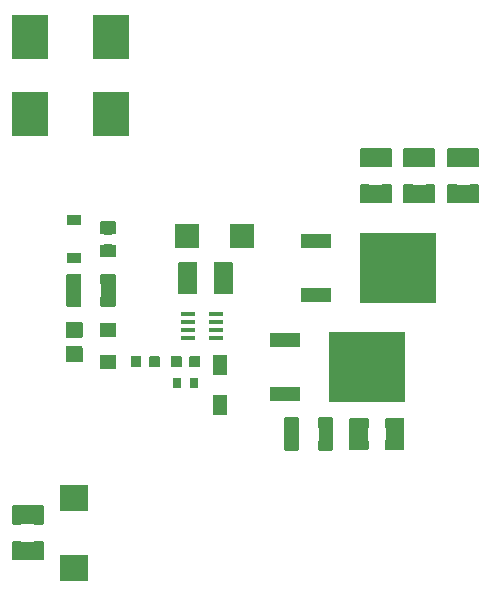
<source format=gtp>
G04*
G04 #@! TF.GenerationSoftware,Altium Limited,Altium Designer,20.2.8 (258)*
G04*
G04 Layer_Color=8421504*
%FSLAX25Y25*%
%MOIN*%
G70*
G04*
G04 #@! TF.SameCoordinates,18C1B9BA-8449-4E8D-A104-6701744B7602*
G04*
G04*
G04 #@! TF.FilePolarity,Positive*
G04*
G01*
G75*
%ADD18R,0.06437X0.10630*%
%ADD19O,0.04811X0.01433*%
%ADD20R,0.07874X0.07874*%
%ADD21R,0.04724X0.03661*%
%ADD22R,0.05315X0.05551*%
%ADD23R,0.05512X0.04724*%
%ADD24R,0.05421X0.04459*%
%ADD25R,0.03150X0.03543*%
%ADD26R,0.05102X0.06919*%
%ADD27R,0.05049X0.11055*%
%ADD28R,0.03175X0.03402*%
%ADD29R,0.09843X0.04724*%
%ADD30R,0.25591X0.23622*%
%ADD31R,0.09354X0.08691*%
%ADD32R,0.10630X0.06437*%
%ADD33R,0.11929X0.15039*%
G36*
X221321Y151793D02*
X221715Y151399D01*
Y145750D01*
X221321Y145356D01*
X218601Y145356D01*
X218207Y145750D01*
Y147151D01*
X217813Y147545D01*
X214987D01*
X214593Y147151D01*
X214593Y145750D01*
X214199Y145356D01*
X211479D01*
X211085Y145750D01*
Y151399D01*
X211479Y151793D01*
X221321Y151793D01*
D02*
G37*
G36*
X207115Y151399D02*
Y145750D01*
X206721Y145356D01*
X204001Y145356D01*
X203607Y145750D01*
Y147151D01*
X203213Y147545D01*
X200387D01*
X199993Y147151D01*
X199993Y145750D01*
X199599Y145356D01*
X196879Y145356D01*
X196485Y145750D01*
Y151399D01*
X196879Y151793D01*
X206721D01*
X207115Y151399D01*
D02*
G37*
G36*
X192515Y151399D02*
Y145750D01*
X192121Y145356D01*
X189401D01*
X189007Y145750D01*
Y147151D01*
X188613Y147545D01*
X185787D01*
X185393Y147151D01*
Y145750D01*
X184999Y145356D01*
X182279D01*
X181885Y145750D01*
X181885Y151399D01*
X182279Y151793D01*
X192121D01*
X192515Y151399D01*
D02*
G37*
G36*
X221715Y139450D02*
Y133801D01*
X221321Y133407D01*
X211479Y133407D01*
X211085Y133801D01*
Y139450D01*
X211479Y139844D01*
X214199D01*
X214593Y139450D01*
Y138049D01*
X214987Y137655D01*
X217813Y137655D01*
X218207Y138049D01*
X218207Y139450D01*
X218601Y139844D01*
X221321D01*
X221715Y139450D01*
D02*
G37*
G36*
X207115Y139450D02*
Y133801D01*
X206721Y133407D01*
X196879Y133407D01*
X196485Y133801D01*
X196485Y139450D01*
X196879Y139844D01*
X199599D01*
X199993Y139450D01*
X199993Y138049D01*
X200387Y137655D01*
X203213D01*
X203607Y138049D01*
X203607Y139450D01*
X204001Y139844D01*
X206721D01*
X207115Y139450D01*
D02*
G37*
G36*
X192515Y139450D02*
Y133801D01*
X192121Y133407D01*
X182279Y133407D01*
X181885Y133801D01*
Y139450D01*
X182279Y139844D01*
X184999Y139844D01*
X185393Y139450D01*
Y138049D01*
X185787Y137655D01*
X188613D01*
X189007Y138049D01*
X189007Y139450D01*
X189401Y139844D01*
X192121D01*
X192515Y139450D01*
D02*
G37*
G36*
X100711Y127040D02*
Y124333D01*
X98867Y122817D01*
X97133D01*
X95290Y124333D01*
Y127040D01*
X95683Y127434D01*
X100317D01*
X100711Y127040D01*
D02*
G37*
G36*
Y118467D02*
Y115760D01*
X100317Y115366D01*
X95683D01*
X95290Y115760D01*
Y118467D01*
X97133Y119983D01*
X98867D01*
X100711Y118467D01*
D02*
G37*
G36*
X139693Y113321D02*
Y103479D01*
X139299Y103085D01*
X133650D01*
X133256Y103479D01*
Y106199D01*
X133650Y106593D01*
X135051D01*
X135444Y106987D01*
Y109813D01*
X135051Y110207D01*
X133650D01*
X133256Y110601D01*
Y113321D01*
X133650Y113715D01*
X139299D01*
X139693Y113321D01*
D02*
G37*
G36*
X127744D02*
Y110601D01*
X127350Y110207D01*
X125949D01*
X125556Y109813D01*
Y106987D01*
X125949Y106593D01*
X127350D01*
X127744Y106199D01*
Y103479D01*
X127350Y103085D01*
X121701D01*
X121307Y103479D01*
Y113321D01*
X121701Y113715D01*
X127350D01*
X127744Y113321D01*
D02*
G37*
G36*
X100499Y109534D02*
Y99266D01*
X100105Y98872D01*
X95843D01*
X95450Y99266D01*
Y102127D01*
X95843Y102521D01*
X96773D01*
X97166Y102914D01*
Y105886D01*
X96773Y106279D01*
X95843D01*
X95450Y106673D01*
Y109534D01*
X95843Y109928D01*
X100105D01*
X100499Y109534D01*
D02*
G37*
G36*
X89150D02*
Y106673D01*
X88757Y106279D01*
X87827D01*
X87434Y105886D01*
Y102914D01*
X87827Y102521D01*
X88757D01*
X89150Y102127D01*
Y99266D01*
X88757Y98872D01*
X84495D01*
X84101Y99266D01*
Y109534D01*
X84495Y109928D01*
X88757D01*
X89150Y109534D01*
D02*
G37*
G36*
X89495Y93598D02*
Y89070D01*
X89298Y88873D01*
X87684Y88854D01*
Y90625D01*
X85913D01*
Y88893D01*
X84259Y88873D01*
X84062Y89070D01*
X84062Y93598D01*
X84259Y93795D01*
X89298Y93795D01*
X89495Y93598D01*
D02*
G37*
G36*
Y85133D02*
Y80606D01*
X89298Y80409D01*
X84259Y80409D01*
X84062Y80606D01*
Y85133D01*
X84259Y85330D01*
X85913Y85330D01*
Y83578D01*
X87684Y83578D01*
X87684Y85310D01*
X89298Y85330D01*
X89495Y85133D01*
D02*
G37*
G36*
X128505Y82372D02*
X128701Y82175D01*
X128701Y79025D01*
X128505Y78828D01*
X125394D01*
X125198Y79025D01*
Y79923D01*
X126694D01*
Y81222D01*
X125198D01*
Y82175D01*
X125394Y82372D01*
X128505Y82372D01*
D02*
G37*
G36*
X122442Y82175D02*
Y81222D01*
X120985D01*
Y79923D01*
X122442D01*
Y79025D01*
X122245Y78828D01*
X119095D01*
X118898Y79025D01*
X118898Y82175D01*
X119095Y82372D01*
X122245Y82372D01*
X122442Y82175D01*
D02*
G37*
G36*
X115302D02*
X115302Y79025D01*
X115105Y78828D01*
X111994D01*
X111798Y79025D01*
X111798Y79923D01*
X113294D01*
Y81222D01*
X111798D01*
Y82175D01*
X111994Y82372D01*
X115105D01*
X115302Y82175D01*
D02*
G37*
G36*
X108845Y82372D02*
X109042Y82175D01*
X109042Y81222D01*
X107585D01*
Y79923D01*
X109042D01*
Y79025D01*
X108845Y78828D01*
X105695D01*
X105498Y79025D01*
Y82175D01*
X105695Y82372D01*
X108845Y82372D01*
D02*
G37*
G36*
X196793Y61421D02*
Y51579D01*
X196399Y51185D01*
X190750D01*
X190356Y51579D01*
Y54299D01*
X190750Y54693D01*
X192151D01*
X192544Y55087D01*
Y57913D01*
X192151Y58307D01*
X190750D01*
X190356Y58701D01*
Y61421D01*
X190750Y61815D01*
X196399D01*
X196793Y61421D01*
D02*
G37*
G36*
X184844D02*
Y58701D01*
X184450Y58307D01*
X183049D01*
X182656Y57913D01*
Y55087D01*
X183049Y54693D01*
X184450D01*
X184844Y54299D01*
Y51579D01*
X184450Y51185D01*
X178801D01*
X178407Y51579D01*
Y61421D01*
X178801Y61815D01*
X184450D01*
X184844Y61421D01*
D02*
G37*
G36*
X173099Y61634D02*
Y51366D01*
X172705Y50972D01*
X168443Y50972D01*
X168050Y51366D01*
Y54227D01*
X168443Y54621D01*
X169373Y54621D01*
X169766Y55014D01*
X169766Y57986D01*
X169373Y58379D01*
X168443Y58379D01*
X168050Y58773D01*
Y61634D01*
X168443Y62028D01*
X172705Y62028D01*
X173099Y61634D01*
D02*
G37*
G36*
X161357Y62028D02*
X161750Y61634D01*
Y58773D01*
X161357Y58379D01*
X160427Y58379D01*
X160034Y57986D01*
X160034Y55014D01*
X160427Y54621D01*
X161357Y54621D01*
X161750Y54227D01*
Y51366D01*
X161357Y50972D01*
X157095Y50972D01*
X156701Y51366D01*
Y61634D01*
X157095Y62028D01*
X161357Y62028D01*
D02*
G37*
G36*
X76515Y32361D02*
Y26712D01*
X76121Y26318D01*
X73401Y26318D01*
X73007Y26712D01*
X73007Y28113D01*
X72613Y28507D01*
X69787D01*
X69393Y28113D01*
Y26712D01*
X68999Y26318D01*
X66279Y26318D01*
X65885Y26712D01*
Y32361D01*
X66279Y32755D01*
X76121D01*
X76515Y32361D01*
D02*
G37*
G36*
X76515Y20413D02*
X76515Y14763D01*
X76121Y14369D01*
X66279Y14369D01*
X65885Y14763D01*
Y20413D01*
X66279Y20806D01*
X68999Y20806D01*
X69393Y20413D01*
Y19011D01*
X69787Y18618D01*
X72613D01*
X73007Y19011D01*
Y20413D01*
X73401Y20806D01*
X76121D01*
X76515Y20413D01*
D02*
G37*
D18*
X124526Y108400D02*
D03*
X136474D02*
D03*
X193574Y56500D02*
D03*
X181626D02*
D03*
D19*
X134068Y88661D02*
D03*
X134069Y91220D02*
D03*
Y93779D02*
D03*
X134068Y96339D02*
D03*
X124532Y88661D02*
D03*
X124532Y91220D02*
D03*
Y93779D02*
D03*
X124532Y96339D02*
D03*
D20*
X124445Y122500D02*
D03*
X142555D02*
D03*
D21*
X86600Y115301D02*
D03*
Y127899D02*
D03*
D22*
X86700Y91255D02*
D03*
X86700Y83145D02*
D03*
D23*
X98000Y80585D02*
D03*
X98000Y91215D02*
D03*
D24*
X98000Y125204D02*
D03*
Y117596D02*
D03*
D25*
X126556Y73400D02*
D03*
X121045D02*
D03*
D26*
X135200Y66061D02*
D03*
Y79339D02*
D03*
D27*
X86626Y104400D02*
D03*
X97974D02*
D03*
X159226Y56500D02*
D03*
X170574Y56500D02*
D03*
D28*
X113365Y80600D02*
D03*
X107434D02*
D03*
X126766D02*
D03*
X120835D02*
D03*
D29*
X167319Y120900D02*
D03*
X167319Y102900D02*
D03*
X157019Y87800D02*
D03*
X157019Y69800D02*
D03*
D30*
X194681Y111900D02*
D03*
X184381Y78800D02*
D03*
D31*
X86800Y35221D02*
D03*
Y11904D02*
D03*
D32*
X71200Y29537D02*
D03*
X71200Y17588D02*
D03*
X216400Y136626D02*
D03*
X216400Y148574D02*
D03*
X201800Y136626D02*
D03*
X201800Y148574D02*
D03*
X187200Y136626D02*
D03*
X187200Y148574D02*
D03*
D33*
X99124Y188900D02*
D03*
X72076D02*
D03*
X99124Y163100D02*
D03*
X72076D02*
D03*
M02*

</source>
